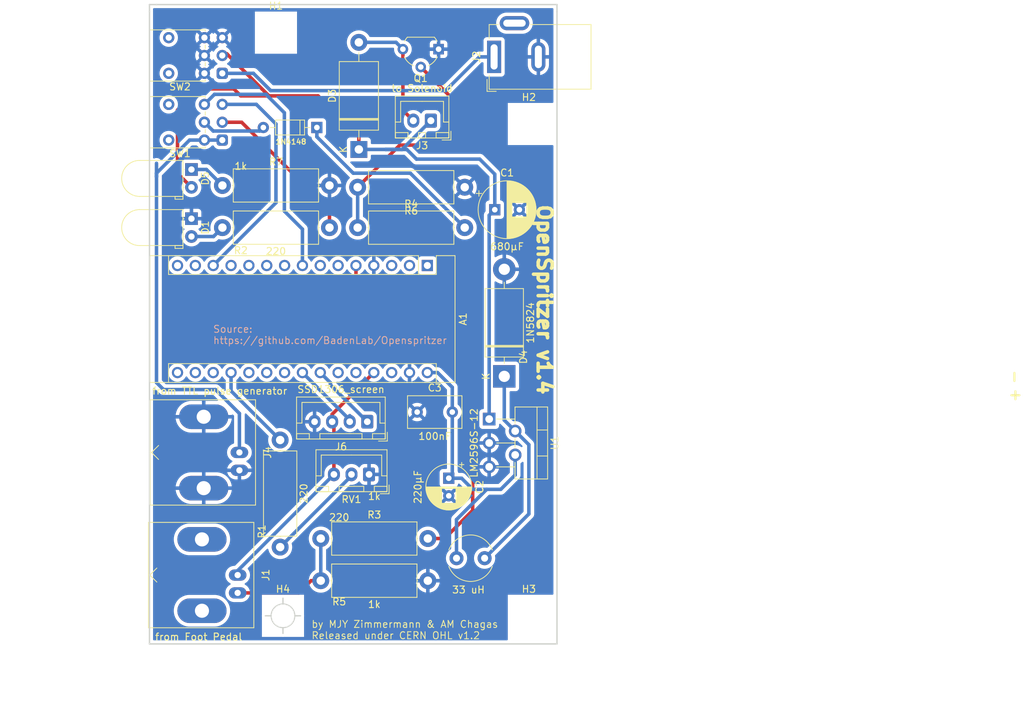
<source format=kicad_pcb>
(kicad_pcb (version 20211014) (generator pcbnew)
  (layers (0 "F.Cu" signal) (31 "B.Cu" signal) (34 "B.Paste" user) (35 "F.Paste" user) (36 "B.SilkS" user "B.Silkscreen") (37 "F.SilkS" user "F.Silkscreen") (38 "B.Mask" user) (39 "F.Mask" user) (44 "Edge.Cuts" user))
  (net 0 "")
  (net 1 "Net-(U1-Pad2)")
  (net 2 "Net-(A1-Pad5)")
  (net 3 "Net-(A1-Pad19)")
  (net 4 "Net-(D1-Pad2)")
  (net 5 "Net-(D2-Pad2)")
  (net 6 "Net-(D2-Pad1)")
  (net 7 "Net-(D3-Pad2)")
  (net 8 "Net-(J1-Pad2)")
  (net 9 "Net-(Q1-Pad2)")
  (net 10 "Net-(R1-Pad1)")
  (net 11 "Net-(R2-Pad2)")
  (net 12 "Net-(J4-Pad1)")
  (net 16 "GND")
  (net 19 "d5")
  (net 24 "d10")
  (net 33 "SDA")
  (net 34 "SCL")
  (net 37 "+5V")
  (net 39 "+12V")
  (net 40 "+24V")
  (net 41 "Net-(D5-Pad1)")
  (net 43 "to_buck_conv")
  (footprint "Module:Arduino_Nano" (layer "F.Cu") (at 135.55 113.09 -90)
    (fp_text reference "A1" (at 7.62 -5.08 -90) (layer "F.SilkS"))
    (fp_text value "Arduino_Nano_v3.x")
    (pad "1" thru_hole rect (at 0 0 270) (size 1.6 1.6) (drill 1) (layers *.Cu *.Mask))
    (pad "2" thru_hole oval (at 0 2.54 270) (size 1.6 1.6) (drill 1) (layers *.Cu *.Mask))
    (pad "3" thru_hole oval (at 0 5.08 270) (size 1.6 1.6) (drill 1) (layers *.Cu *.Mask))
    (pad "4" thru_hole oval (at 0 7.62 270) (size 1.6 1.6) (drill 1) (layers *.Cu *.Mask) (net 16 "GND"))
    (pad "5" thru_hole oval (at 0 10.16 270) (size 1.6 1.6) (drill 1) (layers *.Cu *.Mask) (net 2 "Net-(A1-Pad5)"))
    (pad "6" thru_hole oval (at 0 12.7 270) (size 1.6 1.6) (drill 1) (layers *.Cu *.Mask))
    (pad "7" thru_hole oval (at 0 15.24 270) (size 1.6 1.6) (drill 1) (layers *.Cu *.Mask))
    (pad "8" thru_hole oval (at 0 17.78 270) (size 1.6 1.6) (drill 1) (layers *.Cu *.Mask) (net 19 "d5"))
    (pad "9" thru_hole oval (at 0 20.32 270) (size 1.6 1.6) (drill 1) (layers *.Cu *.Mask))
    (pad "10" thru_hole oval (at 0 22.86 270) (size 1.6 1.6) (drill 1) (layers *.Cu *.Mask))
    (pad "11" thru_hole oval (at 0 25.4 270) (size 1.6 1.6) (drill 1) (layers *.Cu *.Mask))
    (pad "12" thru_hole oval (at 0 27.94 270) (size 1.6 1.6) (drill 1) (layers *.Cu *.Mask))
    (pad "13" thru_hole oval (at 0 30.48 270) (size 1.6 1.6) (drill 1) (layers *.Cu *.Mask) (net 24 "d10"))
    (pad "14" thru_hole oval (at 0 33.02 270) (size 1.6 1.6) (drill 1) (layers *.Cu *.Mask))
    (pad "15" thru_hole oval (at 0 35.56 270) (size 1.6 1.6) (drill 1) (layers *.Cu *.Mask))
    (pad "16" thru_hole oval (at 15.24 35.56 270) (size 1.6 1.6) (drill 1) (layers *.Cu *.Mask))
    (pad "17" thru_hole oval (at 15.24 33.02 270) (size 1.6 1.6) (drill 1) (layers *.Cu *.Mask))
    (pad "18" thru_hole oval (at 15.24 30.48 270) (size 1.6 1.6) (drill 1) (layers *.Cu *.Mask))
    (pad "19" thru_hole oval (at 15.24 27.94 270) (size 1.6 1.6) (drill 1) (layers *.Cu *.Mask) (net 3 "Net-(A1-Pad19)"))
    (pad "20" thru_hole oval (at 15.24 25.4 270) (size 1.6 1.6) (drill 1) (layers *.Cu *.Mask))
    (pad "21" thru_hole oval (at 15.24 22.86 270) (size 1.6 1.6) (drill 1) (layers *.Cu *.Mask))
    (pad "22" thru_hole oval (at 15.24 20.32 270) (size 1.6 1.6) (drill 1) (layers *.Cu *.Mask))
    (pad "23" thru_hole oval (at 15.24 17.78 270) (size 1.6 1.6) (drill 1) (layers *.Cu *.Mask) (net 33 "SDA"))
    (pad "24" thru_hole oval (at 15.24 15.24 270) (size 1.6 1.6) (drill 1) (layers *.Cu *.Mask) (net 34 "SCL"))
    (pad "25" thru_hole oval (at 15.24 12.7 270) (size 1.6 1.6) (drill 1) (layers *.Cu *.Mask))
    (pad "26" thru_hole oval (at 15.24 10.16 270) (size 1.6 1.6) (drill 1) (layers *.Cu *.Mask))
    (pad "27" thru_hole oval (at 15.24 7.62 270) (size 1.6 1.6) (drill 1) (layers *.Cu *.Mask) (net 37 "+5V"))
    (pad "28" thru_hole oval (at 15.24 5.08 270) (size 1.6 1.6) (drill 1) (layers *.Cu *.Mask))
    (pad "29" thru_hole oval (at 15.24 2.54 270) (size 1.6 1.6) (drill 1) (layers *.Cu *.Mask) (net 16 "GND"))
    (pad "30" thru_hole oval (at 15.24 0 270) (size 1.6 1.6) (drill 1) (layers *.Cu *.Mask) (net 39 "+12V"))
  )
  (footprint "Diodes_THT:D_DO-35_SOD27_P7.62mm_Horizontal" (layer "F.Cu") (at 119.825 93.45 180)
    (fp_text reference "D2" hide)
    (fp_text value "1N4148" (at 3.7 -2.025) (layer "F.SilkS") (effects (font (size 0.75 0.75))))
    (pad "1" thru_hole rect locked (at 0 0 180) (size 1.6 1.6) (drill 0.8) (layers *.Cu *.Mask) (net 6 "Net-(D2-Pad1)"))
    (pad "2" thru_hole oval locked (at 7.62 0 180) (size 1.6 1.6) (drill 0.8) (layers *.Cu *.Mask) (net 5 "Net-(D2-Pad2)"))
  )
  (footprint "Connector_Coaxial:BNC_Amphenol_B6252HB-NPP3G-50_Horizontal" (layer "F.Cu") (at 108.55 157.15 90)
    (fp_text reference "J1" (at 0 4 90) (layer "F.SilkS"))
    (fp_text value "from Foot Pedal" (at -8.8 -5.55) (layer "F.SilkS"))
    (pad "1" thru_hole oval (at 0 0 90) (size 1.6 2.5) (drill 0.89) (layers *.Cu *.Mask) (net 37 "+5V"))
    (pad "2" thru_hole oval (at -2.54 0 90) (size 1.6 2.5) (drill 0.89) (layers *.Cu *.Mask) (net 8 "Net-(J1-Pad2)"))
    (pad "2" thru_hole oval (at -5.08 -5.08 90) (size 3.5 7) (drill 2.01) (layers *.Cu *.Mask) (net 8 "Net-(J1-Pad2)"))
    (pad "2" thru_hole oval (at 5.08 -5.08 90) (size 3.5 7) (drill 2.01) (layers *.Cu *.Mask) (net 8 "Net-(J1-Pad2)"))
  )
  (footprint "Connector_JST:JST_XH_B2B-XH-A_1x02_P2.50mm_Vertical" (layer "F.Cu") (at 136.05 92.475 180)
    (fp_text reference "J3" (at 1.25 -3.55) (layer "F.SilkS"))
    (fp_text value "to Solenoid" (at 1.25 4.6) (layer "F.SilkS"))
    (pad "1" thru_hole roundrect (at 0 0 180) (size 1.7 2) (drill 1) (layers *.Cu *.Mask) (roundrect_rratio 0.1470588235) (net 43 "to_buck_conv"))
    (pad "2" thru_hole oval (at 2.5 0 180) (size 1.7 2) (drill 1) (layers *.Cu *.Mask) (net 7 "Net-(D3-Pad2)"))
  )
  (footprint "Resistor_THT:R_Axial_DIN0414_L11.9mm_D4.5mm_P15.24mm_Horizontal" (layer "F.Cu") (at 114.6 153.17 90)
    (fp_text reference "R1" (at 2.22 -2.6 90) (layer "F.SilkS"))
    (fp_text value "220" (at 7.62 3.37 90) (layer "F.SilkS"))
    (pad "1" thru_hole circle (at 0 0 90) (size 2.4 2.4) (drill 1.2) (layers *.Cu *.Mask) (net 10 "Net-(R1-Pad1)"))
    (pad "2" thru_hole oval (at 15.24 0 90) (size 2.4 2.4) (drill 1.2) (layers *.Cu *.Mask) (net 3 "Net-(A1-Pad19)"))
  )
  (footprint "Resistor_THT:R_Axial_DIN0414_L11.9mm_D4.5mm_P15.24mm_Horizontal" (layer "F.Cu") (at 106.38 107.7)
    (fp_text reference "R2" (at 2.62 3.25) (layer "F.SilkS"))
    (fp_text value "220" (at 7.62 3.37) (layer "F.SilkS"))
    (pad "1" thru_hole circle (at 0 0) (size 2.4 2.4) (drill 1.2) (layers *.Cu *.Mask) (net 4 "Net-(D1-Pad2)"))
    (pad "2" thru_hole oval (at 15.24 0) (size 2.4 2.4) (drill 1.2) (layers *.Cu *.Mask) (net 11 "Net-(R2-Pad2)"))
  )
  (footprint "Resistor_THT:R_Axial_DIN0414_L11.9mm_D4.5mm_P15.24mm_Horizontal" (layer "F.Cu") (at 120.38 151.95)
    (fp_text reference "R3" (at 7.62 -3.37) (layer "F.SilkS"))
    (fp_text value "220" (at 2.62 -3) (layer "F.SilkS"))
    (pad "1" thru_hole circle (at 0 0) (size 2.4 2.4) (drill 1.2) (layers *.Cu *.Mask) (net 8 "Net-(J1-Pad2)"))
    (pad "2" thru_hole oval (at 15.24 0) (size 2.4 2.4) (drill 1.2) (layers *.Cu *.Mask) (net 2 "Net-(A1-Pad5)"))
  )
  (footprint "Resistor_THT:R_Axial_DIN0414_L11.9mm_D4.5mm_P15.24mm_Horizontal" (layer "F.Cu") (at 125.63 107.7)
    (fp_text reference "R4" (at 7.62 -3.37) (layer "F.SilkS"))
    (fp_text value "1k")
    (pad "1" thru_hole circle (at 0 0) (size 2.4 2.4) (drill 1.2) (layers *.Cu *.Mask) (net 9 "Net-(Q1-Pad2)"))
    (pad "2" thru_hole oval (at 15.24 0) (size 2.4 2.4) (drill 1.2) (layers *.Cu *.Mask) (net 6 "Net-(D2-Pad1)"))
  )
  (footprint "Resistor_THT:R_Axial_DIN0414_L11.9mm_D4.5mm_P15.24mm_Horizontal" (layer "F.Cu") (at 120.38 157.95)
    (fp_text reference "R5" (at 2.62 3) (layer "F.SilkS"))
    (fp_text value "1k" (at 7.62 3.37) (layer "F.SilkS"))
    (pad "1" thru_hole circle (at 0 0) (size 2.4 2.4) (drill 1.2) (layers *.Cu *.Mask) (net 8 "Net-(J1-Pad2)"))
    (pad "2" thru_hole oval (at 15.24 0) (size 2.4 2.4) (drill 1.2) (layers *.Cu *.Mask) (net 16 "GND"))
  )
  (footprint "Resistor_THT:R_Axial_DIN0414_L11.9mm_D4.5mm_P15.24mm_Horizontal" (layer "F.Cu") (at 140.87 101.95 180)
    (fp_text reference "R6" (at 7.62 -3.37) (layer "F.SilkS"))
    (fp_text value "1k")
    (pad "1" thru_hole circle (at 0 0 180) (size 2.4 2.4) (drill 1.2) (layers *.Cu *.Mask) (net 16 "GND"))
    (pad "2" thru_hole oval (at 15.24 0 180) (size 2.4 2.4) (drill 1.2) (layers *.Cu *.Mask) (net 9 "Net-(Q1-Pad2)"))
  )
  (footprint "Button_Switch_THT:SW_Push_2P2T_Vertical_E-Switch_800UDP8P1A1M6" (layer "F.Cu") (at 106.36 95.24 180)
    (fp_text reference "SW1" (at 6.02 -1.91) (layer "F.SilkS"))
    (fp_text value "SW_DPDT_x2")
    (pad "" thru_hole circle (at 7.62 0) (size 1.6 1.6) (drill 0.89) (layers *.Cu *.Mask))
    (pad "" thru_hole circle (at 7.62 5.08) (size 1.6 1.6) (drill 0.89) (layers *.Cu *.Mask))
    (pad "1" thru_hole roundrect (at 0 0) (size 1.6 1.6) (drill 0.89) (layers *.Cu *.Mask) (net 12 "Net-(J4-Pad1)"))
    (pad "2" thru_hole circle (at 0 2.54) (size 1.6 1.6) (drill 0.89) (layers *.Cu *.Mask) (net 11 "Net-(R2-Pad2)"))
    (pad "3" thru_hole circle (at 0 5.08) (size 1.6 1.6) (drill 0.89) (layers *.Cu *.Mask) (net 24 "d10"))
    (pad "4" thru_hole circle (at 2.54 0) (size 1.6 1.6) (drill 0.89) (layers *.Cu *.Mask) (net 12 "Net-(J4-Pad1)"))
    (pad "5" thru_hole circle (at 2.54 2.54) (size 1.6 1.6) (drill 0.89) (layers *.Cu *.Mask) (net 5 "Net-(D2-Pad2)"))
    (pad "6" thru_hole circle (at 2.54 5.08) (size 1.6 1.6) (drill 0.89) (layers *.Cu *.Mask) (net 19 "d5"))
  )
  (footprint "Diode_THT:D_DO-201AD_P15.24mm_Horizontal" (layer "F.Cu") (at 146.5 128.87 90)
    (fp_text reference "D4" (at 2.75 2.72 90) (layer "F.SilkS"))
    (fp_text value "1N5824" (at 7.62 3.72 90) (layer "F.SilkS"))
    (fp_text user "K" (at 0 -2.6 90) (layer "F.SilkS"))
    (pad "1" thru_hole rect (at 0 0 90) (size 3.2 3.2) (drill 1.6) (layers *.Cu *.Mask) (net 1 "Net-(U1-Pad2)"))
    (pad "2" thru_hole oval (at 15.24 0 90) (size 3.2 3.2) (drill 1.6) (layers *.Cu *.Mask) (net 16 "GND"))
  )
  (footprint "Inductors_THT:L_Radial_D6.0mm_P4.00mm" (layer "F.Cu") (at 139.7 154.75)
    (fp_text reference "L1" hide)
    (fp_text value "33 uH" (at 1.7 4.5) (layer "F.SilkS"))
    (pad "1" thru_hole circle locked (at 0 0) (size 2 2) (drill 1) (layers *.Cu *.Mask) (net 39 "+12V"))
    (pad "2" thru_hole circle locked (at 4 0) (size 2 2) (drill 1) (layers *.Cu *.Mask) (net 1 "Net-(U1-Pad2)"))
  )
  (footprint "Package_TO_SOT_THT:TO-220-5_P3.4x3.7mm_StaggerOdd_Lead3.8mm_Vertical" (layer "F.Cu") (at 144.35 134.95 -90)
    (fp_text reference "U1" (at 3.4 -9.32 90) (layer "F.SilkS"))
    (fp_text value "LM2596S-12" (at 3.4 2.15 90) (layer "F.SilkS"))
    (pad "1" thru_hole rect (at 0 0 270) (size 1.8 1.8) (drill 1.1) (layers *.Cu *.Mask) (net 43 "to_buck_conv"))
    (pad "2" thru_hole oval (at 1.7 -3.7 270) (size 1.8 1.8) (drill 1.1) (layers *.Cu *.Mask) (net 1 "Net-(U1-Pad2)"))
    (pad "3" thru_hole oval (at 3.4 0 270) (size 1.8 1.8) (drill 1.1) (layers *.Cu *.Mask) (net 16 "GND"))
    (pad "4" thru_hole oval (at 5.1 -3.7 270) (size 1.8 1.8) (drill 1.1) (layers *.Cu *.Mask) (net 39 "+12V"))
    (pad "5" thru_hole oval (at 6.8 0 270) (size 1.8 1.8) (drill 1.1) (layers *.Cu *.Mask) (net 16 "GND"))
  )
  (footprint "Connector_Coaxial:BNC_Amphenol_B6252HB-NPP3G-50_Horizontal" (layer "F.Cu") (at 108.8 139.7 90)
    (fp_text reference "J4" (at 0 4 90) (layer "F.SilkS"))
    (fp_text value "from TTL pulse generator" (at 8.75 -2.8) (layer "F.SilkS"))
    (pad "1" thru_hole oval (at 0 0 90) (size 1.6 2.5) (drill 0.89) (layers *.Cu *.Mask) (net 12 "Net-(J4-Pad1)"))
    (pad "2" thru_hole oval (at 5.08 -5.08 90) (size 3.5 7) (drill 2.01) (layers *.Cu *.Mask) (net 16 "GND"))
    (pad "2" thru_hole oval (at -2.54 0 90) (size 1.6 2.5) (drill 0.89) (layers *.Cu *.Mask) (net 16 "GND"))
    (pad "2" thru_hole oval (at -5.08 -5.08 90) (size 3.5 7) (drill 2.01) (layers *.Cu *.Mask) (net 16 "GND"))
  )
  (footprint "Connector_BarrelJack:BarrelJack_GCT_DCJ200-10-A_Horizontal" (layer "F.Cu") (at 145.05 83.4 90)
    (fp_text reference "J2" (at 0 -2.5 90) (layer "F.SilkS"))
    (fp_text value "barrel_jack")
    (pad "1" thru_hole rect (at 0 0 90) (size 4.6 2) (drill oval 3.6 1) (layers *.Cu *.Mask) (net 40 "+24V"))
    (pad "2" thru_hole oval (at 0 6.3 90) (size 4.2 2) (drill oval 3.2 1) (layers *.Cu *.Mask) (net 16 "GND"))
    (pad "3" thru_hole oval (at 4.8 2.9 90) (size 2 4.2) (drill oval 1 3.2) (layers *.Cu *.Mask))
  )
  (footprint "MountingHole:MountingHole_3.2mm_M3_DIN965" (layer "F.Cu") (at 115 162.95)
    (fp_text reference "H4" (at 0 -3.8) (layer "F.SilkS"))
    (fp_text value "MountingHole")
    (pad "" np_thru_hole circle (at 0 0) (size 3.2 3.2) (drill 3.2) (layers *.Cu *.Mask))
  )
  (footprint "LED_THT:LED_D5.0mm_Horizontal_O1.27mm_Z15.0mm" (layer "F.Cu") (at 101.975 106.425 -90)
    (fp_text reference "D1" (at 1.27 -1.96 90) (layer "F.SilkS"))
    (fp_text value "LED")
    (pad "1" thru_hole rect (at 0 0 270) (size 1.8 1.8) (drill 0.9) (layers *.Cu *.Mask) (net 16 "GND"))
    (pad "2" thru_hole circle (at 2.54 0 270) (size 1.8 1.8) (drill 0.9) (layers *.Cu *.Mask) (net 4 "Net-(D1-Pad2)"))
  )
  (footprint "Capacitor_THT:CP_Radial_D8.0mm_P3.50mm" (layer "F.Cu") (at 145.147349 105.15)
    (fp_text reference "C1" (at 1.75 -5.25) (layer "F.SilkS"))
    (fp_text value "680µF" (at 1.75 5.25) (layer "F.SilkS"))
    (pad "1" thru_hole rect (at 0 0) (size 1.6 1.6) (drill 0.8) (layers *.Cu *.Mask) (net 43 "to_buck_conv"))
    (pad "2" thru_hole circle (at 3.5 0) (size 1.6 1.6) (drill 0.8) (layers *.Cu *.Mask) (net 16 "GND"))
  )
  (footprint "Package_TO_SOT_THT:TO-92L_Wide" (layer "F.Cu") (at 137.15 82.3 180)
    (fp_text reference "Q1" (at 2.55 -4.15) (layer "F.SilkS"))
    (fp_text value "Q_NPN_Darlington_EBC")
    (pad "1" thru_hole rect (at 0 0 180) (size 1.5 1.5) (drill 0.8) (layers *.Cu *.Mask) (net 16 "GND"))
    (pad "2" thru_hole circle (at 2.54 -2.54 180) (size 1.5 1.5) (drill 0.8) (layers *.Cu *.Mask) (net 9 "Net-(Q1-Pad2)"))
    (pad "3" thru_hole circle (at 5.08 0 180) (size 1.5 1.5) (drill 0.8) (layers *.Cu *.Mask) (net 7 "Net-(D3-Pad2)"))
  )
  (footprint "Button_Switch_THT:SW_Push_2P2T_Vertical_E-Switch_800UDP8P1A1M6" (layer "F.Cu") (at 106.36 85.74 180)
    (fp_text reference "SW2" (at 6.02 -1.91) (layer "F.SilkS"))
    (fp_text value "SW_DPDT_x2")
    (pad "" thru_hole circle (at 7.62 5.08) (size 1.6 1.6) (drill 0.89) (layers *.Cu *.Mask))
    (pad "" thru_hole circle (at 7.62 0) (size 1.6 1.6) (drill 0.89) (layers *.Cu *.Mask))
    (pad "1" thru_hole roundrect (at 0 0) (size 1.6 1.6) (drill 0.89) (layers *.Cu *.Mask) (net 40 "+24V"))
    (pad "2" thru_hole circle (at 0 2.54) (size 1.6 1.6) (drill 0.89) (layers *.Cu *.Mask) (net 43 "to_buck_conv"))
    (pad "3" thru_hole circle (at 0 5.08) (size 1.6 1.6) (drill 0.89) (layers *.Cu *.Mask) (net 16 "GND"))
    (pad "4" thru_hole circle (at 2.54 0) (size 1.6 1.6) (drill 0.89) (layers *.Cu *.Mask) (net 16 "GND"))
    (pad "5" thru_hole circle (at 2.54 2.54) (size 1.6 1.6) (drill 0.89) (layers *.Cu *.Mask) (net 16 "GND"))
    (pad "6" thru_hole circle (at 2.54 5.08) (size 1.6 1.6) (drill 0.89) (layers *.Cu *.Mask) (net 16 "GND"))
  )
  (footprint "Connector_JST:JST_XH_B4B-XH-A_1x04_P2.50mm_Vertical" (layer "F.Cu") (at 127 135.325 180)
    (fp_text reference "J6" (at 3.75 -3.55) (layer "F.SilkS"))
    (fp_text value "SSD1306_screen" (at 3.75 4.6) (layer "F.SilkS"))
    (pad "1" thru_hole roundrect (at 0 0 180) (size 1.7 1.95) (drill 0.95) (layers *.Cu *.Mask) (roundrect_rratio 0.1470588235) (net 34 "SCL"))
    (pad "2" thru_hole oval (at 2.5 0 180) (size 1.7 1.95) (drill 0.95) (layers *.Cu *.Mask) (net 33 "SDA"))
    (pad "3" thru_hole oval (at 5 0 180) (size 1.7 1.95) (drill 0.95) (layers *.Cu *.Mask) (net 37 "+5V"))
    (pad "4" thru_hole oval (at 7.5 0 180) (size 1.7 1.95) (drill 0.95) (layers *.Cu *.Mask) (net 16 "GND"))
  )
  (footprint "Diode_THT:D_DO-27_P15.24mm_Horizontal" (layer "F.Cu") (at 125.8 96.57 90)
    (fp_text reference "D3" (at 7.62 -3.785 90) (layer "F.SilkS"))
    (fp_text value "D_Schottky")
    (fp_text user "K" (at 0 -2.2 90) (layer "F.SilkS"))
    (pad "1" thru_hole rect (at 0 0 90) (size 2.4 2.4) (drill 1.2) (layers *.Cu *.Mask) (net 43 "to_buck_conv"))
    (pad "2" thru_hole oval (at 15.24 0 90) (size 2.4 2.4) (drill 1.2) (layers *.Cu *.Mask) (net 7 "Net-(D3-Pad2)"))
  )
  (footprint "Resistor_THT:R_Axial_DIN0414_L11.9mm_D4.5mm_P15.24mm_Horizontal" (layer "F.Cu") (at 106.38 101.7)
    (fp_text reference "R7" (at 7.62 -3.37) (layer "F.SilkS"))
    (fp_text value "1k" (at 2.62 -2.75) (layer "F.SilkS"))
    (pad "1" thru_hole circle (at 0 0) (size 2.4 2.4) (drill 1.2) (layers *.Cu *.Mask) (net 41 "Net-(D5-Pad1)"))
    (pad "2" thru_hole oval (at 15.24 0) (size 2.4 2.4) (drill 1.2) (layers *.Cu *.Mask) (net 16 "GND"))
  )
  (footprint "Capacitor_THT:CP_Radial_D6.3mm_P2.50mm" (layer "F.Cu") (at 138.6 143.367621 -90)
    (fp_text reference "C2" (at 1.25 -4.4 -270) (layer "F.SilkS"))
    (fp_text value "220µF" (at 1.25 4.4 -270) (layer "F.SilkS"))
    (pad "1" thru_hole rect (at 0 0 270) (size 1.6 1.6) (drill 0.8) (layers *.Cu *.Mask) (net 39 "+12V"))
    (pad "2" thru_hole circle (at 2.5 0 270) (size 1.6 1.6) (drill 0.8) (layers *.Cu *.Mask) (net 16 "GND"))
  )
  (footprint "MountingHole:MountingHole_3.2mm_M3_DIN965" (layer "F.Cu") (at 150 92.95)
    (fp_text reference "H2" (at 0 -3.8) (layer "F.SilkS"))
    (fp_text value "MountingHole")
    (pad "" np_thru_hole circle (at 0 0) (size 3.2 3.2) (drill 3.2) (layers *.Cu *.Mask))
  )
  (footprint "MountingHole:MountingHole_3.2mm_M3_DIN965" (layer "F.Cu") (at 150 162.95)
    (fp_text reference "H3" (at 0 -3.8) (layer "F.SilkS"))
    (fp_text value "MountingHole")
    (pad "" np_thru_hole circle (at 0 0) (size 3.2 3.2) (drill 3.2) (layers *.Cu *.Mask))
  )
  (footprint "MountingHole:MountingHole_3.2mm_M3_DIN965" (layer "F.Cu") (at 114 79.95)
    (fp_text reference "H1" (at 0 -3.8) (layer "F.SilkS"))
    (fp_text value "MountingHole")
    (pad "" np_thru_hole circle (at 0 0) (size 3.2 3.2) (drill 3.2) (layers *.Cu *.Mask))
  )
  (footprint "LED_THT:LED_D5.0mm_Horizontal_O1.27mm_Z15.0mm" (layer "F.Cu") (at 101.975 99.425 -90)
    (fp_text reference "D5" (at 1.27 -1.96 -270) (layer "F.SilkS"))
    (fp_text value "LED")
    (pad "1" thru_hole rect (at 0 0 270) (size 1.8 1.8) (drill 0.9) (layers *.Cu *.Mask) (net 41 "Net-(D5-Pad1)"))
    (pad "2" thru_hole circle (at 2.54 0 270) (size 1.8 1.8) (drill 0.9) (layers *.Cu *.Mask) (net 43 "to_buck_conv"))
  )
  (footprint "Capacitor_THT:C_Disc_D7.5mm_W4.4mm_P5.00mm" (layer "F.Cu") (at 134.1 133.95)
    (fp_text reference "C3" (at 2.5 -3.45) (layer "F.SilkS"))
    (fp_text value "100nF" (at 2.5 3.45) (layer "F.SilkS"))
    (pad "1" thru_hole circle (at 0 0) (size 1.6 1.6) (drill 0.8) (layers *.Cu *.Mask) (net 16 "GND"))
    (pad "2" thru_hole circle (at 5 0) (size 1.6 1.6) (drill 0.8) (layers *.Cu *.Mask) (net 39 "+12V"))
  )
  (footprint "Connector_JST:JST_XH_B3B-XH-A_1x03_P2.50mm_Vertical" (layer "F.Cu") (at 127.25 142.825 180)
    (fp_text reference "RV1" (at 2.5 -3.55) (layer "F.SilkS"))
    (fp_text value "1k" (at -0.75 -3.125) (layer "F.SilkS"))
    (pad "1" thru_hole roundrect (at 0 0 180) (size 1.7 1.95) (drill 0.95) (layers *.Cu *.Mask) (roundrect_rratio 0.1470588235) (net 16 "GND"))
    (pad "2" thru_hole oval (at 2.5 0 180) (size 1.7 1.95) (drill 0.95) (layers *.Cu *.Mask) (net 10 "Net-(R1-Pad1)"))
    (pad "3" thru_hole oval (at 5 0 180) (size 1.7 1.95) (drill 0.95) (layers *.Cu *.Mask) (net 37 "+5V"))
  )
  (gr_line (start 96 75.95) (end 96 76.95) (layer "Edge.Cuts") (width 0.2))
  (gr_line (start 154 75.95) (end 97 75.95) (layer "Edge.Cuts") (width 0.2))
  (gr_line (start 97 75.95) (end 96 75.95) (layer "Edge.Cuts") (width 0.2))
  (gr_line (start 96 166.95) (end 96 76.95) (layer "Edge.Cuts") (width 0.2))
  (gr_line (start 154 76.95) (end 154 75.95) (layer "Edge.Cuts") (width 0.2))
  (gr_line (start 154 166.95) (end 96 166.95) (layer "Edge.Cuts") (width 0.2))
  (gr_line (start 154 76.95) (end 154 166.95) (layer "Edge.Cuts") (width 0.2))
  (gr_text "Source: \nhttps://github.com/BadenLab/Openspritzer\n" (at 105 122.95) (layer "B.SilkS") (effects (font (size 1 1) (thickness 0.125)) (justify left)))
  (gr_text "+" (at 219.25 131.45) (layer "F.SilkS") (effects (font (size 1.5 1.5) (thickness 0.3))))
  (gr_text "by MJY Zimmermann & AM Chagas \nReleased under CERN OHL v1.2" (at 119 164.95) (layer "F.SilkS") (effects (font (size 1 1) (thickness 0.125)) (justify left)))
  (gr_text "OpenSpritzer v1.4\n\n\n" (at 149 117.95 270) (layer "F.SilkS") (effects (font (size 2 2) (thickness 0.5))))
  (gr_text "-" (at 219 128.95 90) (layer "F.SilkS") (effects (font (size 1.5 1.5) (thickness 0.3)) (justify mirror)))
  (target plus (at 115 162.95) (size 5) (width 0.2) (layer "Edge.Cuts"))
  (segment (start 150 148.45) (end 143.7 154.75) (width 0.5) (layer "B.Cu") (net 1))
  (segment (start 148.05 136.65) (end 150 138.6) (width 0.5) (layer "B.Cu") (net 1))
  (segment (start 150 138.6) (end 150 148.45) (width 0.5) (layer "B.Cu") (net 1))
  (segment (start 146.5 128.87) (end 146.5 135.1) (width 0.5) (layer "B.Cu") (net 1))
  (segment (start 146.5 135.1) (end 148.05 136.65) (width 0.5) (layer "B.Cu") (net 1))
  (segment (start 125.39 113.09) (end 125.39 115.34) (width 0.5) (layer "F.Cu") (net 2))
  (segment (start 142 125.95) (end 142 147.95) (width 0.5) (layer "F.Cu") (net 2))
  (segment (start 138 151.95) (end 135.62 151.95) (width 0.5) (layer "F.Cu") (net 2))
  (segment (start 125.39 115.34) (end 131 120.95) (width 0.5) (layer "F.Cu") (net 2))
  (segment (start 131 120.95) (end 137 120.95) (width 0.5) (layer "F.Cu") (net 2))
  (segment (start 137 120.95) (end 142 125.95) (width 0.5) (layer "F.Cu") (net 2))
  (segment (start 142 147.95) (end 138 151.95) (width 0.5) (layer "F.Cu") (net 2))
  (segment (start 107.61 128.33) (end 107.61 130.94) (width 0.5) (layer "B.Cu") (net 3))
  (segment (start 107.61 130.94) (end 114.6 137.93) (width 0.5) (layer "B.Cu") (net 3))
  (segment (start 101.975 108.965) (end 105.115 108.965) (width 0.5) (layer "B.Cu") (net 4))
  (segment (start 105.115 108.965) (end 106.38 107.7) (width 0.5) (layer "B.Cu") (net 4))
  (segment (start 105.07 93.95) (end 103.82 92.7) (width 0.5) (layer "B.Cu") (net 5))
  (segment (start 111.705 93.95) (end 112.205 93.45) (width 0.5) (layer "B.Cu") (net 5))
  (segment (start 111.705 93.95) (end 105.07 93.95) (width 0.5) (layer "B.Cu") (net 5))
  (segment (start 133.12 99.95) (end 140.87 107.7) (width 0.5) (layer "B.Cu") (net 6))
  (segment (start 125 99.95) (end 133.12 99.95) (width 0.5) (layer "B.Cu") (net 6))
  (segment (start 119.825 94.775) (end 125 99.95) (width 0.5) (layer "B.Cu") (net 6))
  (segment (start 119.825 93.45) (end 119.825 94.775) (width 0.5) (layer "B.Cu") (net 6))
  (segment (start 132.07 82.3) (end 132.07 90.995) (width 0.5) (layer "F.Cu") (net 7))
  (segment (start 132.07 90.995) (end 133.55 92.475) (width 0.5) (layer "F.Cu") (net 7))
  (segment (start 131.1 81.33) (end 132.07 82.3) (width 0.5) (layer "B.Cu") (net 7))
  (segment (start 125.8 81.33) (end 131.1 81.33) (width 0.5) (layer "B.Cu") (net 7))
  (segment (start 119 157.95) (end 117.26 159.69) (width 0.5) (layer "F.Cu") (net 8))
  (segment (start 117.26 159.69) (end 108.55 159.69) (width 0.5) (layer "F.Cu") (net 8))
  (segment (start 120.38 157.95) (end 119 157.95) (width 0.5) (layer "F.Cu") (net 8))
  (segment (start 120.38 154.33) (end 120.38 157.95) (width 0.5) (layer "B.Cu") (net 8))
  (segment (start 120.38 154.33) (end 120.38 154.57) (width 0.5) (layer "B.Cu") (net 8))
  (segment (start 120.38 151.95) (end 120.38 154.33) (width 0.5) (layer "B.Cu") (net 8))
  (segment (start 125.63 101.95) (end 131.63 95.95) (width 0.5) (layer "F.Cu") (net 9))
  (segment (start 131.63 95.95) (end 138 95.95) (width 0.5) (layer "F.Cu") (net 9))
  (segment (start 140 90.23) (end 134.61 84.84) (width 0.5) (layer "F.Cu") (net 9))
  (segment (start 140 93.95) (end 140 90.23) (width 0.5) (layer "F.Cu") (net 9))
  (segment (start 138 95.95) (end 140 93.95) (width 0.5) (layer "F.Cu") (net 9))
  (segment (start 125.63 101.95) (end 125.63 107.7) (width 0.5) (layer "B.Cu") (net 9))
  (segment (start 114.6 153.17) (end 124.75 143.02) (width 0.5) (layer "B.Cu") (net 10))
  (segment (start 109.11 92.7) (end 106.36 92.7) (width 0.5) (layer "F.Cu") (net 11))
  (segment (start 109.11 92.7) (end 121.62 105.21) (width 0.5) (layer "F.Cu") (net 11))
  (segment (start 121.62 105.21) (end 121.62 107.7) (width 0.5) (layer "F.Cu") (net 11))
  (segment (start 108.8 134.15) (end 105.4 130.75) (width 0.5) (layer "B.Cu") (net 12))
  (segment (start 101.71 95.24) (end 97 99.95) (width 0.5) (layer "B.Cu") (net 12))
  (segment (start 97 99.95) (end 97 100.45) (width 0.5) (layer "B.Cu") (net 12))
  (segment (start 108.8 139.7) (end 108.8 134.15) (width 0.5) (layer "B.Cu") (net 12))
  (segment (start 97 129.75) (end 97 100.45) (width 0.5) (layer "B.Cu") (net 12))
  (segment (start 98 130.75) (end 97 129.75) (width 0.5) (layer "B.Cu") (net 12))
  (segment (start 106.36 95.24) (end 103.82 95.24) (width 0.5) (layer "B.Cu") (net 12))
  (segment (start 103.82 95.24) (end 101.71 95.24) (width 0.5) (layer "B.Cu") (net 12))
  (segment (start 105.4 130.75) (end 98 130.75) (width 0.5) (layer "B.Cu") (net 12))
  (segment (start 97 100.45) (end 97 98.55) (width 0.5) (layer "B.Cu") (net 12))
  (segment (start 112.58 88.73) (end 105.25 88.73) (width 0.5) (layer "B.Cu") (net 19))
  (segment (start 105.25 88.73) (end 103.82 90.16) (width 0.5) (layer "B.Cu") (net 19))
  (segment (start 117.77 107.92) (end 115.2 105.35) (width 0.5) (layer "B.Cu") (net 19))
  (segment (start 117.77 113.09) (end 117.77 107.92) (width 0.5) (layer "B.Cu") (net 19))
  (segment (start 115.2 105.35) (end 115.2 91.35) (width 0.5) (layer "B.Cu") (net 19))
  (segment (start 115.2 91.35) (end 112.58 88.73) (width 0.5) (layer "B.Cu") (net 19))
  (segment (start 105.07 113.09) (end 114 104.16) (width 0.5) (layer "B.Cu") (net 24))
  (segment (start 114 104.16) (end 114 103.95) (width 0.5) (layer "B.Cu") (net 24))
  (segment (start 111.21 90.16) (end 106.36 90.16) (width 0.5) (layer "B.Cu") (net 24))
  (segment (start 114 103.95) (end 114 92.95) (width 0.5) (layer "B.Cu") (net 24))
  (segment (start 114 92.95) (end 111.21 90.16) (width 0.5) (layer "B.Cu") (net 24))
  (segment (start 117.77 128.33) (end 124.5 135.06) (width 0.5) (layer "B.Cu") (net 33))
  (segment (start 124.5 135.325) (end 124.5 134.45) (width 0.5) (layer "B.Cu") (net 33))
  (segment (start 124.5 135.06) (end 124.5 135.325) (width 0.5) (layer "B.Cu") (net 33))
  (segment (start 127 135.325) (end 121.76 130.085) (width 0.5) (layer "B.Cu") (net 34))
  (segment (start 121.76 130.085) (end 121.76 129.78) (width 0.5) (layer "B.Cu") (net 34))
  (segment (start 121.76 129.78) (end 120.31 128.33) (width 0.5) (layer "B.Cu") (net 34))
  (segment (start 122.25 135.575) (end 122 135.325) (width 0.5) (layer "F.Cu") (net 37))
  (segment (start 122 135.325) (end 122 134.26) (width 0.5) (layer "F.Cu") (net 37))
  (segment (start 122 134.26) (end 127.93 128.33) (width 0.5) (layer "F.Cu") (net 37))
  (segment (start 122.25 142.825) (end 122.25 135.575) (width 0.5) (layer "F.Cu") (net 37))
  (segment (start 108.55 157.15) (end 108.55 156.525) (width 0.5) (layer "B.Cu") (net 37))
  (segment (start 108.55 156.525) (end 122.25 142.825) (width 0.5) (layer "B.Cu") (net 37))
  (segment (start 140.417621 143.367621) (end 142 144.95) (width 0.5) (layer "B.Cu") (net 39))
  (segment (start 137 128.33) (end 139.1 130.43) (width 0.5) (layer "B.Cu") (net 39))
  (segment (start 139.1 130.43) (end 139.1 133.95) (width 0.5) (layer "B.Cu") (net 39))
  (segment (start 139.1 142.867621) (end 138.6 143.367621) (width 0.5) (layer "B.Cu") (net 39))
  (segment (start 148.05 142.9) (end 148.05 140.05) (width 0.5) (layer "B.Cu") (net 39))
  (segment (start 146 144.95) (end 148.05 142.9) (width 0.5) (layer "B.Cu") (net 39))
  (segment (start 144 144.95) (end 139.7 149.25) (width 0.5) (layer "B.Cu") (net 39))
  (segment (start 142 144.95) (end 144 144.95) (width 0.5) (layer "B.Cu") (net 39))
  (segment (start 135.55 128.33) (end 137 128.33) (width 0.5) (layer "B.Cu") (net 39))
  (segment (start 144 144.95) (end 146 144.95) (width 0.5) (layer "B.Cu") (net 39))
  (segment (start 139.1 133.95) (end 139.1 142.867621) (width 0.5) (layer "B.Cu") (net 39))
  (segment (start 139.7 149.25) (end 139.7 154.75) (width 0.5) (layer "B.Cu") (net 39))
  (segment (start 138.6 143.367621) (end 140.417621 143.367621) (width 0.5) (layer "B.Cu") (net 39))
  (segment (start 145.05 83.4) (end 142.95 83.4) (width 0.5) (layer "B.Cu") (net 40))
  (segment (start 142.95 83.4) (end 138.15 88.2) (width 0.5) (layer "B.Cu") (net 40))
  (segment (start 110.79 85.74) (end 106.36 85.74) (width 0.5) (layer "B.Cu") (net 40))
  (segment (start 113.25 88.2) (end 110.79 85.74) (width 0.5) (layer "B.Cu") (net 40))
  (segment (start 138.15 88.2) (end 113.25 88.2) (width 0.5) (layer "B.Cu") (net 40))
  (segment (start 101.975 99.425) (end 104.105 99.425) (width 0.5) (layer "B.Cu") (net 41))
  (segment (start 104.105 99.425) (end 106.38 101.7) (width 0.5) (layer "B.Cu") (net 41))
  (segment (start 120 88.95) (end 113 88.95) (width 0.5) (layer "F.Cu") (net 43))
  (segment (start 113 88.95) (end 107 82.95) (width 0.5) (layer "F.Cu") (net 43))
  (segment (start 99.99 90.96) (end 99.99 99.98) (width 0.5) (layer "F.Cu") (net 43))
  (segment (start 99.99 99.98) (end 101.975 101.965) (width 0.5) (layer "F.Cu") (net 43))
  (segment (start 106.61 82.95) (end 106.36 83.2) (width 0.5) (layer "F.Cu") (net 43))
  (segment (start 125.8 94.75) (end 120 88.95) (width 0.5) (layer "F.Cu") (net 43))
  (segment (start 108 87.95) (end 103 87.95) (width 0.5) (layer "F.Cu") (net 43))
  (segment (start 107 82.95) (end 106.61 82.95) (width 0.5) (layer "F.Cu") (net 43))
  (segment (start 125.8 96.57) (end 125.8 94.75) (width 0.5) (layer "F.Cu") (net 43))
  (segment (start 113 88.95) (end 109 88.95) (width 0.5) (layer "F.Cu") (net 43))
  (segment (start 109 88.95) (end 108 87.95) (width 0.5) (layer "F.Cu") (net 43))
  (segment (start 103 87.95) (end 99.99 90.96) (width 0.5) (layer "F.Cu") (net 43))
  (segment (start 145.147349 100.097349) (end 145.147349 105.15) (width 0.5) (layer "B.Cu") (net 43))
  (segment (start 129.62 96.57) (end 131.955 96.57) (width 0.5) (layer "B.Cu") (net 43))
  (segment (start 134 97.95) (end 143 97.95) (width 0.5) (layer "B.Cu") (net 43))
  (segment (start 143 97.95) (end 145.147349 100.097349) (width 0.5) (layer "B.Cu") (net 43))
  (segment (start 144.35 105.947349) (end 144.35 134.95) (width 0.5) (layer "B.Cu") (net 43))
  (segment (start 145.147349 105.15) (end 144.35 105.947349) (width 0.5) (layer "B.Cu") (net 43))
  (segment (start 129.62 96.57) (end 130.62 96.57) (width 0.5) (layer "B.Cu") (net 43))
  (segment (start 130.62 96.57) (end 132.62 96.57) (width 0.5) (layer "B.Cu") (net 43))
  (segment (start 132.62 96.57) (end 134 97.95) (width 0.5) (layer "B.Cu") (net 43))
  (segment (start 131.955 96.57) (end 136.05 92.475) (width 0.5) (layer "B.Cu") (net 43))
  (segment (start 125.8 96.57) (end 129.62 96.57) (width 0.5) (layer "B.Cu") (net 43))
  (zone (net 0) (net_name "") (layers F&B.Cu) (name "screw_relieve") (connect_pads (clearance 0)) (min_thickness 0.254)
    (keepout (tracks not_allowed) (vias not_allowed) (pads not_allowed) (copperpour not_allowed) (footprints allowed))
    (fill (thermal_gap 0.508) (thermal_bridge_width 0.508))
    (polygon (pts (xy 118 165.95) (xy 112 165.95) (xy 112 159.95) (xy 118 159.95)))
  )
  (zone (net 0) (net_name "") (layers F&B.Cu) (name "screw_relieve") (connect_pads (clearance 0)) (min_thickness 0.254)
    (keepout (tracks not_allowed) (vias not_allowed) (pads not_allowed) (copperpour not_allowed) (footprints allowed))
    (fill (thermal_gap 0.508) (thermal_bridge_width 0.508))
    (polygon (pts (xy 154 95.95) (xy 147 95.95) (xy 147 89.95) (xy 154 89.95)))
  )
  (zone (net 0) (net_name "") (layers F&B.Cu) (name "screw_relieve") (connect_pads (clearance 0)) (min_thickness 0.254)
    (keepout (tracks allowed) (vias not_allowed) (pads not_allowed) (copperpour not_allowed) (footprints allowed))
    (fill (thermal_gap 0.508) (thermal_bridge_width 0.508))
    (polygon (pts (xy 117 82.95) (xy 111 82.95) (xy 111 76.95) (xy 117 76.95)))
  )
  (zone (net 0) (net_name "") (layers F&B.Cu) (name "screw_relieve") (connect_pads (clearance 0)) (min_thickness 0.254)
    (keepout (tracks not_allowed) (vias not_allowed) (pads not_allowed) (copperpour not_allowed) (footprints allowed))
    (fill (thermal_gap 0.508) (thermal_bridge_width 0.508))
    (polygon (pts (xy 153.5 166.45) (xy 147 166.45) (xy 147 159.95) (xy 153.5 159.95)))
  )
  (zone (net 16) (net_name "GND") (layer "B.Cu") (connect_pads (clearance 0.508)) (min_thickness 0.254) (fill yes (thermal_gap 0.508) (thermal_bridge_width 0.508))
    (polygon (pts (xy 154 166.95) (xy 96 166.95) (xy 96 75.95) (xy 154 75.95)))
  )
)
</source>
